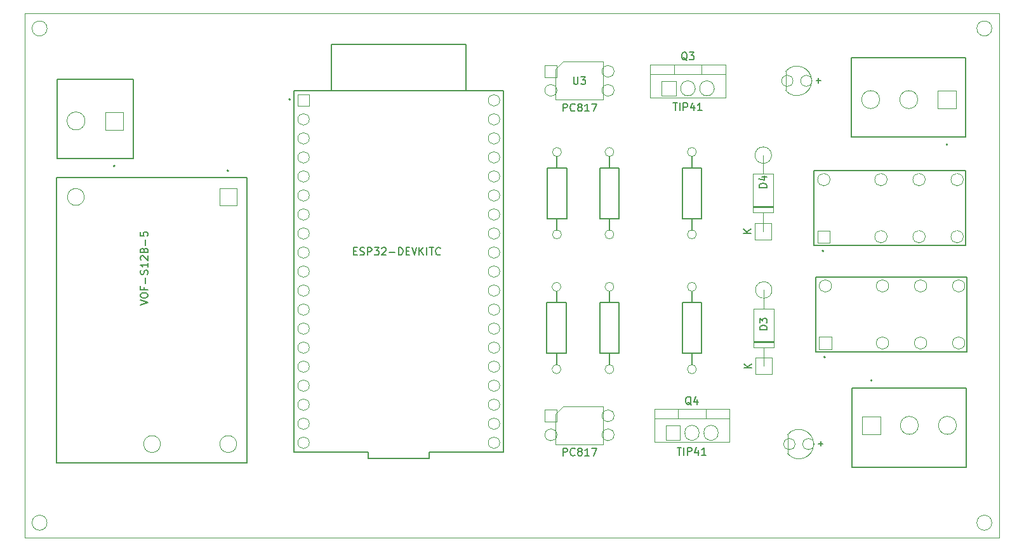
<source format=gbr>
%TF.GenerationSoftware,KiCad,Pcbnew,8.0.6-8.0.6-0~ubuntu22.04.1*%
%TF.CreationDate,2024-11-04T10:12:41+07:00*%
%TF.ProjectId,projectGATE,70726f6a-6563-4744-9741-54452e6b6963,rev?*%
%TF.SameCoordinates,Original*%
%TF.FileFunction,AssemblyDrawing,Top*%
%FSLAX46Y46*%
G04 Gerber Fmt 4.6, Leading zero omitted, Abs format (unit mm)*
G04 Created by KiCad (PCBNEW 8.0.6-8.0.6-0~ubuntu22.04.1) date 2024-11-04 10:12:41*
%MOMM*%
%LPD*%
G01*
G04 APERTURE LIST*
%ADD10C,0.150000*%
%ADD11C,0.127000*%
%ADD12C,0.200000*%
%ADD13C,0.100000*%
%TA.AperFunction,Profile*%
%ADD14C,0.050000*%
%TD*%
G04 APERTURE END LIST*
D10*
X100454819Y-104928570D02*
X101454819Y-104595237D01*
X101454819Y-104595237D02*
X100454819Y-104261904D01*
X100454819Y-103738094D02*
X100454819Y-103547618D01*
X100454819Y-103547618D02*
X100502438Y-103452380D01*
X100502438Y-103452380D02*
X100597676Y-103357142D01*
X100597676Y-103357142D02*
X100788152Y-103309523D01*
X100788152Y-103309523D02*
X101121485Y-103309523D01*
X101121485Y-103309523D02*
X101311961Y-103357142D01*
X101311961Y-103357142D02*
X101407200Y-103452380D01*
X101407200Y-103452380D02*
X101454819Y-103547618D01*
X101454819Y-103547618D02*
X101454819Y-103738094D01*
X101454819Y-103738094D02*
X101407200Y-103833332D01*
X101407200Y-103833332D02*
X101311961Y-103928570D01*
X101311961Y-103928570D02*
X101121485Y-103976189D01*
X101121485Y-103976189D02*
X100788152Y-103976189D01*
X100788152Y-103976189D02*
X100597676Y-103928570D01*
X100597676Y-103928570D02*
X100502438Y-103833332D01*
X100502438Y-103833332D02*
X100454819Y-103738094D01*
X100931009Y-102547618D02*
X100931009Y-102880951D01*
X101454819Y-102880951D02*
X100454819Y-102880951D01*
X100454819Y-102880951D02*
X100454819Y-102404761D01*
X101073866Y-102023808D02*
X101073866Y-101261904D01*
X101407200Y-100833332D02*
X101454819Y-100690475D01*
X101454819Y-100690475D02*
X101454819Y-100452380D01*
X101454819Y-100452380D02*
X101407200Y-100357142D01*
X101407200Y-100357142D02*
X101359580Y-100309523D01*
X101359580Y-100309523D02*
X101264342Y-100261904D01*
X101264342Y-100261904D02*
X101169104Y-100261904D01*
X101169104Y-100261904D02*
X101073866Y-100309523D01*
X101073866Y-100309523D02*
X101026247Y-100357142D01*
X101026247Y-100357142D02*
X100978628Y-100452380D01*
X100978628Y-100452380D02*
X100931009Y-100642856D01*
X100931009Y-100642856D02*
X100883390Y-100738094D01*
X100883390Y-100738094D02*
X100835771Y-100785713D01*
X100835771Y-100785713D02*
X100740533Y-100833332D01*
X100740533Y-100833332D02*
X100645295Y-100833332D01*
X100645295Y-100833332D02*
X100550057Y-100785713D01*
X100550057Y-100785713D02*
X100502438Y-100738094D01*
X100502438Y-100738094D02*
X100454819Y-100642856D01*
X100454819Y-100642856D02*
X100454819Y-100404761D01*
X100454819Y-100404761D02*
X100502438Y-100261904D01*
X101454819Y-99309523D02*
X101454819Y-99880951D01*
X101454819Y-99595237D02*
X100454819Y-99595237D01*
X100454819Y-99595237D02*
X100597676Y-99690475D01*
X100597676Y-99690475D02*
X100692914Y-99785713D01*
X100692914Y-99785713D02*
X100740533Y-99880951D01*
X100550057Y-98928570D02*
X100502438Y-98880951D01*
X100502438Y-98880951D02*
X100454819Y-98785713D01*
X100454819Y-98785713D02*
X100454819Y-98547618D01*
X100454819Y-98547618D02*
X100502438Y-98452380D01*
X100502438Y-98452380D02*
X100550057Y-98404761D01*
X100550057Y-98404761D02*
X100645295Y-98357142D01*
X100645295Y-98357142D02*
X100740533Y-98357142D01*
X100740533Y-98357142D02*
X100883390Y-98404761D01*
X100883390Y-98404761D02*
X101454819Y-98976189D01*
X101454819Y-98976189D02*
X101454819Y-98357142D01*
X100931009Y-97595237D02*
X100978628Y-97452380D01*
X100978628Y-97452380D02*
X101026247Y-97404761D01*
X101026247Y-97404761D02*
X101121485Y-97357142D01*
X101121485Y-97357142D02*
X101264342Y-97357142D01*
X101264342Y-97357142D02*
X101359580Y-97404761D01*
X101359580Y-97404761D02*
X101407200Y-97452380D01*
X101407200Y-97452380D02*
X101454819Y-97547618D01*
X101454819Y-97547618D02*
X101454819Y-97928570D01*
X101454819Y-97928570D02*
X100454819Y-97928570D01*
X100454819Y-97928570D02*
X100454819Y-97595237D01*
X100454819Y-97595237D02*
X100502438Y-97499999D01*
X100502438Y-97499999D02*
X100550057Y-97452380D01*
X100550057Y-97452380D02*
X100645295Y-97404761D01*
X100645295Y-97404761D02*
X100740533Y-97404761D01*
X100740533Y-97404761D02*
X100835771Y-97452380D01*
X100835771Y-97452380D02*
X100883390Y-97499999D01*
X100883390Y-97499999D02*
X100931009Y-97595237D01*
X100931009Y-97595237D02*
X100931009Y-97928570D01*
X101073866Y-96928570D02*
X101073866Y-96166666D01*
X100454819Y-95214285D02*
X100454819Y-95690475D01*
X100454819Y-95690475D02*
X100931009Y-95738094D01*
X100931009Y-95738094D02*
X100883390Y-95690475D01*
X100883390Y-95690475D02*
X100835771Y-95595237D01*
X100835771Y-95595237D02*
X100835771Y-95357142D01*
X100835771Y-95357142D02*
X100883390Y-95261904D01*
X100883390Y-95261904D02*
X100931009Y-95214285D01*
X100931009Y-95214285D02*
X101026247Y-95166666D01*
X101026247Y-95166666D02*
X101264342Y-95166666D01*
X101264342Y-95166666D02*
X101359580Y-95214285D01*
X101359580Y-95214285D02*
X101407200Y-95261904D01*
X101407200Y-95261904D02*
X101454819Y-95357142D01*
X101454819Y-95357142D02*
X101454819Y-95595237D01*
X101454819Y-95595237D02*
X101407200Y-95690475D01*
X101407200Y-95690475D02*
X101359580Y-95738094D01*
X184034819Y-108238094D02*
X183034819Y-108238094D01*
X183034819Y-108238094D02*
X183034819Y-107999999D01*
X183034819Y-107999999D02*
X183082438Y-107857142D01*
X183082438Y-107857142D02*
X183177676Y-107761904D01*
X183177676Y-107761904D02*
X183272914Y-107714285D01*
X183272914Y-107714285D02*
X183463390Y-107666666D01*
X183463390Y-107666666D02*
X183606247Y-107666666D01*
X183606247Y-107666666D02*
X183796723Y-107714285D01*
X183796723Y-107714285D02*
X183891961Y-107761904D01*
X183891961Y-107761904D02*
X183987200Y-107857142D01*
X183987200Y-107857142D02*
X184034819Y-107999999D01*
X184034819Y-107999999D02*
X184034819Y-108238094D01*
X183034819Y-107333332D02*
X183034819Y-106714285D01*
X183034819Y-106714285D02*
X183415771Y-107047618D01*
X183415771Y-107047618D02*
X183415771Y-106904761D01*
X183415771Y-106904761D02*
X183463390Y-106809523D01*
X183463390Y-106809523D02*
X183511009Y-106761904D01*
X183511009Y-106761904D02*
X183606247Y-106714285D01*
X183606247Y-106714285D02*
X183844342Y-106714285D01*
X183844342Y-106714285D02*
X183939580Y-106761904D01*
X183939580Y-106761904D02*
X183987200Y-106809523D01*
X183987200Y-106809523D02*
X184034819Y-106904761D01*
X184034819Y-106904761D02*
X184034819Y-107190475D01*
X184034819Y-107190475D02*
X183987200Y-107285713D01*
X183987200Y-107285713D02*
X183939580Y-107333332D01*
X181934819Y-113341904D02*
X180934819Y-113341904D01*
X181934819Y-112770476D02*
X181363390Y-113199047D01*
X180934819Y-112770476D02*
X181506247Y-113341904D01*
X171483810Y-77954819D02*
X172055238Y-77954819D01*
X171769524Y-78954819D02*
X171769524Y-77954819D01*
X172388572Y-78954819D02*
X172388572Y-77954819D01*
X172864762Y-78954819D02*
X172864762Y-77954819D01*
X172864762Y-77954819D02*
X173245714Y-77954819D01*
X173245714Y-77954819D02*
X173340952Y-78002438D01*
X173340952Y-78002438D02*
X173388571Y-78050057D01*
X173388571Y-78050057D02*
X173436190Y-78145295D01*
X173436190Y-78145295D02*
X173436190Y-78288152D01*
X173436190Y-78288152D02*
X173388571Y-78383390D01*
X173388571Y-78383390D02*
X173340952Y-78431009D01*
X173340952Y-78431009D02*
X173245714Y-78478628D01*
X173245714Y-78478628D02*
X172864762Y-78478628D01*
X174293333Y-78288152D02*
X174293333Y-78954819D01*
X174055238Y-77907200D02*
X173817143Y-78621485D01*
X173817143Y-78621485D02*
X174436190Y-78621485D01*
X175340952Y-78954819D02*
X174769524Y-78954819D01*
X175055238Y-78954819D02*
X175055238Y-77954819D01*
X175055238Y-77954819D02*
X174960000Y-78097676D01*
X174960000Y-78097676D02*
X174864762Y-78192914D01*
X174864762Y-78192914D02*
X174769524Y-78240533D01*
X173364761Y-72280057D02*
X173269523Y-72232438D01*
X173269523Y-72232438D02*
X173174285Y-72137200D01*
X173174285Y-72137200D02*
X173031428Y-71994342D01*
X173031428Y-71994342D02*
X172936190Y-71946723D01*
X172936190Y-71946723D02*
X172840952Y-71946723D01*
X172888571Y-72184819D02*
X172793333Y-72137200D01*
X172793333Y-72137200D02*
X172698095Y-72041961D01*
X172698095Y-72041961D02*
X172650476Y-71851485D01*
X172650476Y-71851485D02*
X172650476Y-71518152D01*
X172650476Y-71518152D02*
X172698095Y-71327676D01*
X172698095Y-71327676D02*
X172793333Y-71232438D01*
X172793333Y-71232438D02*
X172888571Y-71184819D01*
X172888571Y-71184819D02*
X173079047Y-71184819D01*
X173079047Y-71184819D02*
X173174285Y-71232438D01*
X173174285Y-71232438D02*
X173269523Y-71327676D01*
X173269523Y-71327676D02*
X173317142Y-71518152D01*
X173317142Y-71518152D02*
X173317142Y-71851485D01*
X173317142Y-71851485D02*
X173269523Y-72041961D01*
X173269523Y-72041961D02*
X173174285Y-72137200D01*
X173174285Y-72137200D02*
X173079047Y-72184819D01*
X173079047Y-72184819D02*
X172888571Y-72184819D01*
X173650476Y-71184819D02*
X174269523Y-71184819D01*
X174269523Y-71184819D02*
X173936190Y-71565771D01*
X173936190Y-71565771D02*
X174079047Y-71565771D01*
X174079047Y-71565771D02*
X174174285Y-71613390D01*
X174174285Y-71613390D02*
X174221904Y-71661009D01*
X174221904Y-71661009D02*
X174269523Y-71756247D01*
X174269523Y-71756247D02*
X174269523Y-71994342D01*
X174269523Y-71994342D02*
X174221904Y-72089580D01*
X174221904Y-72089580D02*
X174174285Y-72137200D01*
X174174285Y-72137200D02*
X174079047Y-72184819D01*
X174079047Y-72184819D02*
X173793333Y-72184819D01*
X173793333Y-72184819D02*
X173698095Y-72137200D01*
X173698095Y-72137200D02*
X173650476Y-72089580D01*
X156819524Y-125049819D02*
X156819524Y-124049819D01*
X156819524Y-124049819D02*
X157200476Y-124049819D01*
X157200476Y-124049819D02*
X157295714Y-124097438D01*
X157295714Y-124097438D02*
X157343333Y-124145057D01*
X157343333Y-124145057D02*
X157390952Y-124240295D01*
X157390952Y-124240295D02*
X157390952Y-124383152D01*
X157390952Y-124383152D02*
X157343333Y-124478390D01*
X157343333Y-124478390D02*
X157295714Y-124526009D01*
X157295714Y-124526009D02*
X157200476Y-124573628D01*
X157200476Y-124573628D02*
X156819524Y-124573628D01*
X158390952Y-124954580D02*
X158343333Y-125002200D01*
X158343333Y-125002200D02*
X158200476Y-125049819D01*
X158200476Y-125049819D02*
X158105238Y-125049819D01*
X158105238Y-125049819D02*
X157962381Y-125002200D01*
X157962381Y-125002200D02*
X157867143Y-124906961D01*
X157867143Y-124906961D02*
X157819524Y-124811723D01*
X157819524Y-124811723D02*
X157771905Y-124621247D01*
X157771905Y-124621247D02*
X157771905Y-124478390D01*
X157771905Y-124478390D02*
X157819524Y-124287914D01*
X157819524Y-124287914D02*
X157867143Y-124192676D01*
X157867143Y-124192676D02*
X157962381Y-124097438D01*
X157962381Y-124097438D02*
X158105238Y-124049819D01*
X158105238Y-124049819D02*
X158200476Y-124049819D01*
X158200476Y-124049819D02*
X158343333Y-124097438D01*
X158343333Y-124097438D02*
X158390952Y-124145057D01*
X158962381Y-124478390D02*
X158867143Y-124430771D01*
X158867143Y-124430771D02*
X158819524Y-124383152D01*
X158819524Y-124383152D02*
X158771905Y-124287914D01*
X158771905Y-124287914D02*
X158771905Y-124240295D01*
X158771905Y-124240295D02*
X158819524Y-124145057D01*
X158819524Y-124145057D02*
X158867143Y-124097438D01*
X158867143Y-124097438D02*
X158962381Y-124049819D01*
X158962381Y-124049819D02*
X159152857Y-124049819D01*
X159152857Y-124049819D02*
X159248095Y-124097438D01*
X159248095Y-124097438D02*
X159295714Y-124145057D01*
X159295714Y-124145057D02*
X159343333Y-124240295D01*
X159343333Y-124240295D02*
X159343333Y-124287914D01*
X159343333Y-124287914D02*
X159295714Y-124383152D01*
X159295714Y-124383152D02*
X159248095Y-124430771D01*
X159248095Y-124430771D02*
X159152857Y-124478390D01*
X159152857Y-124478390D02*
X158962381Y-124478390D01*
X158962381Y-124478390D02*
X158867143Y-124526009D01*
X158867143Y-124526009D02*
X158819524Y-124573628D01*
X158819524Y-124573628D02*
X158771905Y-124668866D01*
X158771905Y-124668866D02*
X158771905Y-124859342D01*
X158771905Y-124859342D02*
X158819524Y-124954580D01*
X158819524Y-124954580D02*
X158867143Y-125002200D01*
X158867143Y-125002200D02*
X158962381Y-125049819D01*
X158962381Y-125049819D02*
X159152857Y-125049819D01*
X159152857Y-125049819D02*
X159248095Y-125002200D01*
X159248095Y-125002200D02*
X159295714Y-124954580D01*
X159295714Y-124954580D02*
X159343333Y-124859342D01*
X159343333Y-124859342D02*
X159343333Y-124668866D01*
X159343333Y-124668866D02*
X159295714Y-124573628D01*
X159295714Y-124573628D02*
X159248095Y-124526009D01*
X159248095Y-124526009D02*
X159152857Y-124478390D01*
X160295714Y-125049819D02*
X159724286Y-125049819D01*
X160010000Y-125049819D02*
X160010000Y-124049819D01*
X160010000Y-124049819D02*
X159914762Y-124192676D01*
X159914762Y-124192676D02*
X159819524Y-124287914D01*
X159819524Y-124287914D02*
X159724286Y-124335533D01*
X160629048Y-124049819D02*
X161295714Y-124049819D01*
X161295714Y-124049819D02*
X160867143Y-125049819D01*
X190865238Y-123457533D02*
X191474762Y-123457533D01*
X191170000Y-123762295D02*
X191170000Y-123152771D01*
X156819524Y-79049819D02*
X156819524Y-78049819D01*
X156819524Y-78049819D02*
X157200476Y-78049819D01*
X157200476Y-78049819D02*
X157295714Y-78097438D01*
X157295714Y-78097438D02*
X157343333Y-78145057D01*
X157343333Y-78145057D02*
X157390952Y-78240295D01*
X157390952Y-78240295D02*
X157390952Y-78383152D01*
X157390952Y-78383152D02*
X157343333Y-78478390D01*
X157343333Y-78478390D02*
X157295714Y-78526009D01*
X157295714Y-78526009D02*
X157200476Y-78573628D01*
X157200476Y-78573628D02*
X156819524Y-78573628D01*
X158390952Y-78954580D02*
X158343333Y-79002200D01*
X158343333Y-79002200D02*
X158200476Y-79049819D01*
X158200476Y-79049819D02*
X158105238Y-79049819D01*
X158105238Y-79049819D02*
X157962381Y-79002200D01*
X157962381Y-79002200D02*
X157867143Y-78906961D01*
X157867143Y-78906961D02*
X157819524Y-78811723D01*
X157819524Y-78811723D02*
X157771905Y-78621247D01*
X157771905Y-78621247D02*
X157771905Y-78478390D01*
X157771905Y-78478390D02*
X157819524Y-78287914D01*
X157819524Y-78287914D02*
X157867143Y-78192676D01*
X157867143Y-78192676D02*
X157962381Y-78097438D01*
X157962381Y-78097438D02*
X158105238Y-78049819D01*
X158105238Y-78049819D02*
X158200476Y-78049819D01*
X158200476Y-78049819D02*
X158343333Y-78097438D01*
X158343333Y-78097438D02*
X158390952Y-78145057D01*
X158962381Y-78478390D02*
X158867143Y-78430771D01*
X158867143Y-78430771D02*
X158819524Y-78383152D01*
X158819524Y-78383152D02*
X158771905Y-78287914D01*
X158771905Y-78287914D02*
X158771905Y-78240295D01*
X158771905Y-78240295D02*
X158819524Y-78145057D01*
X158819524Y-78145057D02*
X158867143Y-78097438D01*
X158867143Y-78097438D02*
X158962381Y-78049819D01*
X158962381Y-78049819D02*
X159152857Y-78049819D01*
X159152857Y-78049819D02*
X159248095Y-78097438D01*
X159248095Y-78097438D02*
X159295714Y-78145057D01*
X159295714Y-78145057D02*
X159343333Y-78240295D01*
X159343333Y-78240295D02*
X159343333Y-78287914D01*
X159343333Y-78287914D02*
X159295714Y-78383152D01*
X159295714Y-78383152D02*
X159248095Y-78430771D01*
X159248095Y-78430771D02*
X159152857Y-78478390D01*
X159152857Y-78478390D02*
X158962381Y-78478390D01*
X158962381Y-78478390D02*
X158867143Y-78526009D01*
X158867143Y-78526009D02*
X158819524Y-78573628D01*
X158819524Y-78573628D02*
X158771905Y-78668866D01*
X158771905Y-78668866D02*
X158771905Y-78859342D01*
X158771905Y-78859342D02*
X158819524Y-78954580D01*
X158819524Y-78954580D02*
X158867143Y-79002200D01*
X158867143Y-79002200D02*
X158962381Y-79049819D01*
X158962381Y-79049819D02*
X159152857Y-79049819D01*
X159152857Y-79049819D02*
X159248095Y-79002200D01*
X159248095Y-79002200D02*
X159295714Y-78954580D01*
X159295714Y-78954580D02*
X159343333Y-78859342D01*
X159343333Y-78859342D02*
X159343333Y-78668866D01*
X159343333Y-78668866D02*
X159295714Y-78573628D01*
X159295714Y-78573628D02*
X159248095Y-78526009D01*
X159248095Y-78526009D02*
X159152857Y-78478390D01*
X160295714Y-79049819D02*
X159724286Y-79049819D01*
X160010000Y-79049819D02*
X160010000Y-78049819D01*
X160010000Y-78049819D02*
X159914762Y-78192676D01*
X159914762Y-78192676D02*
X159819524Y-78287914D01*
X159819524Y-78287914D02*
X159724286Y-78335533D01*
X160629048Y-78049819D02*
X161295714Y-78049819D01*
X161295714Y-78049819D02*
X160867143Y-79049819D01*
X158238095Y-74454819D02*
X158238095Y-75264342D01*
X158238095Y-75264342D02*
X158285714Y-75359580D01*
X158285714Y-75359580D02*
X158333333Y-75407200D01*
X158333333Y-75407200D02*
X158428571Y-75454819D01*
X158428571Y-75454819D02*
X158619047Y-75454819D01*
X158619047Y-75454819D02*
X158714285Y-75407200D01*
X158714285Y-75407200D02*
X158761904Y-75359580D01*
X158761904Y-75359580D02*
X158809523Y-75264342D01*
X158809523Y-75264342D02*
X158809523Y-74454819D01*
X159190476Y-74454819D02*
X159809523Y-74454819D01*
X159809523Y-74454819D02*
X159476190Y-74835771D01*
X159476190Y-74835771D02*
X159619047Y-74835771D01*
X159619047Y-74835771D02*
X159714285Y-74883390D01*
X159714285Y-74883390D02*
X159761904Y-74931009D01*
X159761904Y-74931009D02*
X159809523Y-75026247D01*
X159809523Y-75026247D02*
X159809523Y-75264342D01*
X159809523Y-75264342D02*
X159761904Y-75359580D01*
X159761904Y-75359580D02*
X159714285Y-75407200D01*
X159714285Y-75407200D02*
X159619047Y-75454819D01*
X159619047Y-75454819D02*
X159333333Y-75454819D01*
X159333333Y-75454819D02*
X159238095Y-75407200D01*
X159238095Y-75407200D02*
X159190476Y-75359580D01*
X183974819Y-89238094D02*
X182974819Y-89238094D01*
X182974819Y-89238094D02*
X182974819Y-88999999D01*
X182974819Y-88999999D02*
X183022438Y-88857142D01*
X183022438Y-88857142D02*
X183117676Y-88761904D01*
X183117676Y-88761904D02*
X183212914Y-88714285D01*
X183212914Y-88714285D02*
X183403390Y-88666666D01*
X183403390Y-88666666D02*
X183546247Y-88666666D01*
X183546247Y-88666666D02*
X183736723Y-88714285D01*
X183736723Y-88714285D02*
X183831961Y-88761904D01*
X183831961Y-88761904D02*
X183927200Y-88857142D01*
X183927200Y-88857142D02*
X183974819Y-88999999D01*
X183974819Y-88999999D02*
X183974819Y-89238094D01*
X183308152Y-87809523D02*
X183974819Y-87809523D01*
X182927200Y-88047618D02*
X183641485Y-88285713D01*
X183641485Y-88285713D02*
X183641485Y-87666666D01*
X181874819Y-95341904D02*
X180874819Y-95341904D01*
X181874819Y-94770476D02*
X181303390Y-95199047D01*
X180874819Y-94770476D02*
X181446247Y-95341904D01*
X172023810Y-123954819D02*
X172595238Y-123954819D01*
X172309524Y-124954819D02*
X172309524Y-123954819D01*
X172928572Y-124954819D02*
X172928572Y-123954819D01*
X173404762Y-124954819D02*
X173404762Y-123954819D01*
X173404762Y-123954819D02*
X173785714Y-123954819D01*
X173785714Y-123954819D02*
X173880952Y-124002438D01*
X173880952Y-124002438D02*
X173928571Y-124050057D01*
X173928571Y-124050057D02*
X173976190Y-124145295D01*
X173976190Y-124145295D02*
X173976190Y-124288152D01*
X173976190Y-124288152D02*
X173928571Y-124383390D01*
X173928571Y-124383390D02*
X173880952Y-124431009D01*
X173880952Y-124431009D02*
X173785714Y-124478628D01*
X173785714Y-124478628D02*
X173404762Y-124478628D01*
X174833333Y-124288152D02*
X174833333Y-124954819D01*
X174595238Y-123907200D02*
X174357143Y-124621485D01*
X174357143Y-124621485D02*
X174976190Y-124621485D01*
X175880952Y-124954819D02*
X175309524Y-124954819D01*
X175595238Y-124954819D02*
X175595238Y-123954819D01*
X175595238Y-123954819D02*
X175500000Y-124097676D01*
X175500000Y-124097676D02*
X175404762Y-124192914D01*
X175404762Y-124192914D02*
X175309524Y-124240533D01*
X173904761Y-118280057D02*
X173809523Y-118232438D01*
X173809523Y-118232438D02*
X173714285Y-118137200D01*
X173714285Y-118137200D02*
X173571428Y-117994342D01*
X173571428Y-117994342D02*
X173476190Y-117946723D01*
X173476190Y-117946723D02*
X173380952Y-117946723D01*
X173428571Y-118184819D02*
X173333333Y-118137200D01*
X173333333Y-118137200D02*
X173238095Y-118041961D01*
X173238095Y-118041961D02*
X173190476Y-117851485D01*
X173190476Y-117851485D02*
X173190476Y-117518152D01*
X173190476Y-117518152D02*
X173238095Y-117327676D01*
X173238095Y-117327676D02*
X173333333Y-117232438D01*
X173333333Y-117232438D02*
X173428571Y-117184819D01*
X173428571Y-117184819D02*
X173619047Y-117184819D01*
X173619047Y-117184819D02*
X173714285Y-117232438D01*
X173714285Y-117232438D02*
X173809523Y-117327676D01*
X173809523Y-117327676D02*
X173857142Y-117518152D01*
X173857142Y-117518152D02*
X173857142Y-117851485D01*
X173857142Y-117851485D02*
X173809523Y-118041961D01*
X173809523Y-118041961D02*
X173714285Y-118137200D01*
X173714285Y-118137200D02*
X173619047Y-118184819D01*
X173619047Y-118184819D02*
X173428571Y-118184819D01*
X174714285Y-117518152D02*
X174714285Y-118184819D01*
X174476190Y-117137200D02*
X174238095Y-117851485D01*
X174238095Y-117851485D02*
X174857142Y-117851485D01*
X128875595Y-97731009D02*
X129208928Y-97731009D01*
X129351785Y-98254819D02*
X128875595Y-98254819D01*
X128875595Y-98254819D02*
X128875595Y-97254819D01*
X128875595Y-97254819D02*
X129351785Y-97254819D01*
X129732738Y-98207200D02*
X129875595Y-98254819D01*
X129875595Y-98254819D02*
X130113690Y-98254819D01*
X130113690Y-98254819D02*
X130208928Y-98207200D01*
X130208928Y-98207200D02*
X130256547Y-98159580D01*
X130256547Y-98159580D02*
X130304166Y-98064342D01*
X130304166Y-98064342D02*
X130304166Y-97969104D01*
X130304166Y-97969104D02*
X130256547Y-97873866D01*
X130256547Y-97873866D02*
X130208928Y-97826247D01*
X130208928Y-97826247D02*
X130113690Y-97778628D01*
X130113690Y-97778628D02*
X129923214Y-97731009D01*
X129923214Y-97731009D02*
X129827976Y-97683390D01*
X129827976Y-97683390D02*
X129780357Y-97635771D01*
X129780357Y-97635771D02*
X129732738Y-97540533D01*
X129732738Y-97540533D02*
X129732738Y-97445295D01*
X129732738Y-97445295D02*
X129780357Y-97350057D01*
X129780357Y-97350057D02*
X129827976Y-97302438D01*
X129827976Y-97302438D02*
X129923214Y-97254819D01*
X129923214Y-97254819D02*
X130161309Y-97254819D01*
X130161309Y-97254819D02*
X130304166Y-97302438D01*
X130732738Y-98254819D02*
X130732738Y-97254819D01*
X130732738Y-97254819D02*
X131113690Y-97254819D01*
X131113690Y-97254819D02*
X131208928Y-97302438D01*
X131208928Y-97302438D02*
X131256547Y-97350057D01*
X131256547Y-97350057D02*
X131304166Y-97445295D01*
X131304166Y-97445295D02*
X131304166Y-97588152D01*
X131304166Y-97588152D02*
X131256547Y-97683390D01*
X131256547Y-97683390D02*
X131208928Y-97731009D01*
X131208928Y-97731009D02*
X131113690Y-97778628D01*
X131113690Y-97778628D02*
X130732738Y-97778628D01*
X131637500Y-97254819D02*
X132256547Y-97254819D01*
X132256547Y-97254819D02*
X131923214Y-97635771D01*
X131923214Y-97635771D02*
X132066071Y-97635771D01*
X132066071Y-97635771D02*
X132161309Y-97683390D01*
X132161309Y-97683390D02*
X132208928Y-97731009D01*
X132208928Y-97731009D02*
X132256547Y-97826247D01*
X132256547Y-97826247D02*
X132256547Y-98064342D01*
X132256547Y-98064342D02*
X132208928Y-98159580D01*
X132208928Y-98159580D02*
X132161309Y-98207200D01*
X132161309Y-98207200D02*
X132066071Y-98254819D01*
X132066071Y-98254819D02*
X131780357Y-98254819D01*
X131780357Y-98254819D02*
X131685119Y-98207200D01*
X131685119Y-98207200D02*
X131637500Y-98159580D01*
X132637500Y-97350057D02*
X132685119Y-97302438D01*
X132685119Y-97302438D02*
X132780357Y-97254819D01*
X132780357Y-97254819D02*
X133018452Y-97254819D01*
X133018452Y-97254819D02*
X133113690Y-97302438D01*
X133113690Y-97302438D02*
X133161309Y-97350057D01*
X133161309Y-97350057D02*
X133208928Y-97445295D01*
X133208928Y-97445295D02*
X133208928Y-97540533D01*
X133208928Y-97540533D02*
X133161309Y-97683390D01*
X133161309Y-97683390D02*
X132589881Y-98254819D01*
X132589881Y-98254819D02*
X133208928Y-98254819D01*
X133637500Y-97873866D02*
X134399405Y-97873866D01*
X134875595Y-98254819D02*
X134875595Y-97254819D01*
X134875595Y-97254819D02*
X135113690Y-97254819D01*
X135113690Y-97254819D02*
X135256547Y-97302438D01*
X135256547Y-97302438D02*
X135351785Y-97397676D01*
X135351785Y-97397676D02*
X135399404Y-97492914D01*
X135399404Y-97492914D02*
X135447023Y-97683390D01*
X135447023Y-97683390D02*
X135447023Y-97826247D01*
X135447023Y-97826247D02*
X135399404Y-98016723D01*
X135399404Y-98016723D02*
X135351785Y-98111961D01*
X135351785Y-98111961D02*
X135256547Y-98207200D01*
X135256547Y-98207200D02*
X135113690Y-98254819D01*
X135113690Y-98254819D02*
X134875595Y-98254819D01*
X135875595Y-97731009D02*
X136208928Y-97731009D01*
X136351785Y-98254819D02*
X135875595Y-98254819D01*
X135875595Y-98254819D02*
X135875595Y-97254819D01*
X135875595Y-97254819D02*
X136351785Y-97254819D01*
X136637500Y-97254819D02*
X136970833Y-98254819D01*
X136970833Y-98254819D02*
X137304166Y-97254819D01*
X137637500Y-98254819D02*
X137637500Y-97254819D01*
X138208928Y-98254819D02*
X137780357Y-97683390D01*
X138208928Y-97254819D02*
X137637500Y-97826247D01*
X138637500Y-98254819D02*
X138637500Y-97254819D01*
X138970833Y-97254819D02*
X139542261Y-97254819D01*
X139256547Y-98254819D02*
X139256547Y-97254819D01*
X140447023Y-98159580D02*
X140399404Y-98207200D01*
X140399404Y-98207200D02*
X140256547Y-98254819D01*
X140256547Y-98254819D02*
X140161309Y-98254819D01*
X140161309Y-98254819D02*
X140018452Y-98207200D01*
X140018452Y-98207200D02*
X139923214Y-98111961D01*
X139923214Y-98111961D02*
X139875595Y-98016723D01*
X139875595Y-98016723D02*
X139827976Y-97826247D01*
X139827976Y-97826247D02*
X139827976Y-97683390D01*
X139827976Y-97683390D02*
X139875595Y-97492914D01*
X139875595Y-97492914D02*
X139923214Y-97397676D01*
X139923214Y-97397676D02*
X140018452Y-97302438D01*
X140018452Y-97302438D02*
X140161309Y-97254819D01*
X140161309Y-97254819D02*
X140256547Y-97254819D01*
X140256547Y-97254819D02*
X140399404Y-97302438D01*
X140399404Y-97302438D02*
X140447023Y-97350057D01*
X190595238Y-74957533D02*
X191204762Y-74957533D01*
X190900000Y-75262295D02*
X190900000Y-74652771D01*
D11*
%TO.C,PS1*%
X114700000Y-87950000D02*
X114700000Y-126050000D01*
X114700000Y-126050000D02*
X89300000Y-126050000D01*
X89300000Y-126050000D02*
X89300000Y-87950000D01*
X89300000Y-87950000D02*
X114700000Y-87950000D01*
D12*
X112200000Y-87000000D02*
G75*
G02*
X112000000Y-87000000I-100000J0D01*
G01*
X112000000Y-87000000D02*
G75*
G02*
X112200000Y-87000000I100000J0D01*
G01*
D13*
%TO.C,D3*%
X183580000Y-113080000D02*
X183580000Y-110600000D01*
X182230000Y-110600000D02*
X184930000Y-110600000D01*
X184930000Y-110600000D02*
X184930000Y-105400000D01*
X182230000Y-109920000D02*
X184930000Y-109920000D01*
X182230000Y-109820000D02*
X184930000Y-109820000D01*
X182230000Y-109720000D02*
X184930000Y-109720000D01*
X182230000Y-105400000D02*
X182230000Y-110600000D01*
X184930000Y-105400000D02*
X182230000Y-105400000D01*
X183580000Y-102920000D02*
X183580000Y-105400000D01*
D11*
%TO.C,J3*%
X195380000Y-126600000D02*
X195380000Y-116000000D01*
X195380000Y-116000000D02*
X210620000Y-116000000D01*
X210620000Y-116000000D02*
X210620000Y-126600000D01*
X210620000Y-126600000D02*
X195380000Y-126600000D01*
D12*
X198020000Y-115000000D02*
G75*
G02*
X197820000Y-115000000I-100000J0D01*
G01*
X197820000Y-115000000D02*
G75*
G02*
X198020000Y-115000000I100000J0D01*
G01*
D11*
%TO.C,R7*%
X154700000Y-93400000D02*
X156000000Y-93400000D01*
X156000000Y-93400000D02*
X157300000Y-93400000D01*
X157300000Y-93400000D02*
X157300000Y-86600000D01*
X157300000Y-86600000D02*
X156000000Y-86600000D01*
X156000000Y-86600000D02*
X154700000Y-86600000D01*
X154700000Y-86600000D02*
X154700000Y-93400000D01*
X156000000Y-94900000D02*
X156000000Y-93400000D01*
X156000000Y-85100000D02*
X156000000Y-86600000D01*
D13*
%TO.C,Q3*%
X168460000Y-72850000D02*
X168460000Y-77250000D01*
X168460000Y-74120000D02*
X178460000Y-74120000D01*
X168460000Y-77250000D02*
X178460000Y-77250000D01*
X171610000Y-72850000D02*
X171610000Y-74120000D01*
X175310000Y-72850000D02*
X175310000Y-74120000D01*
X178460000Y-72850000D02*
X168460000Y-72850000D01*
X178460000Y-77250000D02*
X178460000Y-72850000D01*
%TO.C,U2*%
X155835000Y-119455000D02*
X156835000Y-118455000D01*
X155835000Y-123535000D02*
X155835000Y-119455000D01*
X156835000Y-118455000D02*
X162185000Y-118455000D01*
X162185000Y-118455000D02*
X162185000Y-123535000D01*
X162185000Y-123535000D02*
X155835000Y-123535000D01*
D11*
%TO.C,R12*%
X175300000Y-86600000D02*
X174000000Y-86600000D01*
X174000000Y-86600000D02*
X172700000Y-86600000D01*
X172700000Y-86600000D02*
X172700000Y-93400000D01*
X172700000Y-93400000D02*
X174000000Y-93400000D01*
X174000000Y-93400000D02*
X175300000Y-93400000D01*
X175300000Y-93400000D02*
X175300000Y-86600000D01*
X174000000Y-85100000D02*
X174000000Y-86600000D01*
X174000000Y-94900000D02*
X174000000Y-93400000D01*
D13*
%TO.C,D1*%
X186770000Y-124780000D02*
X186770000Y-122220000D01*
X186770000Y-122220000D02*
G75*
G02*
X186770000Y-124780000I1499562J-1280000D01*
G01*
%TO.C,U3*%
X155835000Y-73455000D02*
X156835000Y-72455000D01*
X155835000Y-77535000D02*
X155835000Y-73455000D01*
X156835000Y-72455000D02*
X162185000Y-72455000D01*
X162185000Y-72455000D02*
X162185000Y-77535000D01*
X162185000Y-77535000D02*
X155835000Y-77535000D01*
D11*
%TO.C,J2*%
X210540000Y-71900000D02*
X210540000Y-82500000D01*
X210540000Y-82500000D02*
X195300000Y-82500000D01*
X195300000Y-82500000D02*
X195300000Y-71900000D01*
X195300000Y-71900000D02*
X210540000Y-71900000D01*
D12*
X208100000Y-83500000D02*
G75*
G02*
X207900000Y-83500000I-100000J0D01*
G01*
X207900000Y-83500000D02*
G75*
G02*
X208100000Y-83500000I100000J0D01*
G01*
D11*
%TO.C,R10*%
X175300000Y-104600000D02*
X174000000Y-104600000D01*
X174000000Y-104600000D02*
X172700000Y-104600000D01*
X172700000Y-104600000D02*
X172700000Y-111400000D01*
X172700000Y-111400000D02*
X174000000Y-111400000D01*
X174000000Y-111400000D02*
X175300000Y-111400000D01*
X175300000Y-111400000D02*
X175300000Y-104600000D01*
X174000000Y-103100000D02*
X174000000Y-104600000D01*
X174000000Y-112900000D02*
X174000000Y-111400000D01*
%TO.C,R11*%
X164300000Y-86600000D02*
X163000000Y-86600000D01*
X163000000Y-86600000D02*
X161700000Y-86600000D01*
X161700000Y-86600000D02*
X161700000Y-93400000D01*
X161700000Y-93400000D02*
X163000000Y-93400000D01*
X163000000Y-93400000D02*
X164300000Y-93400000D01*
X164300000Y-93400000D02*
X164300000Y-86600000D01*
X163000000Y-85100000D02*
X163000000Y-86600000D01*
X163000000Y-94900000D02*
X163000000Y-93400000D01*
%TO.C,K2*%
X190270000Y-87000000D02*
X210470000Y-87000000D01*
X210470000Y-87000000D02*
X210470000Y-97000000D01*
X210470000Y-97000000D02*
X190270000Y-97000000D01*
X190270000Y-97000000D02*
X190270000Y-87000000D01*
D12*
X191570000Y-97700000D02*
G75*
G02*
X191370000Y-97700000I-100000J0D01*
G01*
X191370000Y-97700000D02*
G75*
G02*
X191570000Y-97700000I100000J0D01*
G01*
D13*
%TO.C,D4*%
X183520000Y-95080000D02*
X183520000Y-92600000D01*
X182170000Y-92600000D02*
X184870000Y-92600000D01*
X184870000Y-92600000D02*
X184870000Y-87400000D01*
X182170000Y-91920000D02*
X184870000Y-91920000D01*
X182170000Y-91820000D02*
X184870000Y-91820000D01*
X182170000Y-91720000D02*
X184870000Y-91720000D01*
X182170000Y-87400000D02*
X182170000Y-92600000D01*
X184870000Y-87400000D02*
X182170000Y-87400000D01*
X183520000Y-84920000D02*
X183520000Y-87400000D01*
%TO.C,Q4*%
X169000000Y-118850000D02*
X169000000Y-123250000D01*
X169000000Y-120120000D02*
X179000000Y-120120000D01*
X169000000Y-123250000D02*
X179000000Y-123250000D01*
X172150000Y-118850000D02*
X172150000Y-120120000D01*
X175850000Y-118850000D02*
X175850000Y-120120000D01*
X179000000Y-118850000D02*
X169000000Y-118850000D01*
X179000000Y-123250000D02*
X179000000Y-118850000D01*
D11*
%TO.C,R9*%
X161700000Y-111400000D02*
X163000000Y-111400000D01*
X163000000Y-111400000D02*
X164300000Y-111400000D01*
X164300000Y-111400000D02*
X164300000Y-104600000D01*
X164300000Y-104600000D02*
X163000000Y-104600000D01*
X163000000Y-104600000D02*
X161700000Y-104600000D01*
X161700000Y-104600000D02*
X161700000Y-111400000D01*
X163000000Y-112900000D02*
X163000000Y-111400000D01*
X163000000Y-103100000D02*
X163000000Y-104600000D01*
%TO.C,R8*%
X157240000Y-104600000D02*
X155940000Y-104600000D01*
X155940000Y-104600000D02*
X154640000Y-104600000D01*
X154640000Y-104600000D02*
X154640000Y-111400000D01*
X154640000Y-111400000D02*
X155940000Y-111400000D01*
X155940000Y-111400000D02*
X157240000Y-111400000D01*
X157240000Y-111400000D02*
X157240000Y-104600000D01*
X155940000Y-103100000D02*
X155940000Y-104600000D01*
X155940000Y-112900000D02*
X155940000Y-111400000D01*
%TO.C,K1*%
X190480000Y-101190000D02*
X210680000Y-101190000D01*
X210680000Y-101190000D02*
X210680000Y-111190000D01*
X210680000Y-111190000D02*
X190480000Y-111190000D01*
X190480000Y-111190000D02*
X190480000Y-101190000D01*
D12*
X191780000Y-111890000D02*
G75*
G02*
X191580000Y-111890000I-100000J0D01*
G01*
X191580000Y-111890000D02*
G75*
G02*
X191780000Y-111890000I100000J0D01*
G01*
%TO.C,U1*%
X120440000Y-77480000D02*
G75*
G02*
X120240000Y-77480000I-100000J0D01*
G01*
X120240000Y-77480000D02*
G75*
G02*
X120440000Y-77480000I100000J0D01*
G01*
D11*
X120960000Y-76350000D02*
X120960000Y-124550000D01*
X148860000Y-124550000D02*
X148860000Y-76350000D01*
X148860000Y-76350000D02*
X143910000Y-76350000D01*
X143910000Y-76350000D02*
X125910000Y-76350000D01*
X125910000Y-76350000D02*
X120960000Y-76350000D01*
X125910000Y-76350000D02*
X125910000Y-70150000D01*
X125910000Y-70150000D02*
X143910000Y-70150000D01*
X143910000Y-70150000D02*
X143910000Y-76350000D01*
X120960000Y-124550000D02*
X130840000Y-124550000D01*
X130840000Y-124550000D02*
X130840000Y-125450000D01*
X130840000Y-125450000D02*
X138970000Y-125450000D01*
X138970000Y-125450000D02*
X138970000Y-124550000D01*
X138970000Y-124550000D02*
X148860000Y-124550000D01*
%TO.C,J1*%
X99480000Y-74750000D02*
X99480000Y-85350000D01*
X99480000Y-85350000D02*
X89320000Y-85350000D01*
X89320000Y-85350000D02*
X89320000Y-74750000D01*
X89320000Y-74750000D02*
X99480000Y-74750000D01*
D12*
X97040000Y-86350000D02*
G75*
G02*
X96840000Y-86350000I-100000J0D01*
G01*
X96840000Y-86350000D02*
G75*
G02*
X97040000Y-86350000I100000J0D01*
G01*
D13*
%TO.C,D2*%
X186500000Y-76280000D02*
X186500000Y-73720000D01*
X186500000Y-73720000D02*
G75*
G02*
X186500000Y-76280000I1499562J-1280000D01*
G01*
%TD*%
%TO.C,PS1*%
X111035000Y-89375000D02*
X111035000Y-91625000D01*
X113285000Y-91625000D01*
X113285000Y-89375000D01*
X111035000Y-89375000D01*
X113285000Y-123500000D02*
G75*
G02*
X111035000Y-123500000I-1125000J0D01*
G01*
X111035000Y-123500000D02*
G75*
G02*
X113285000Y-123500000I1125000J0D01*
G01*
X92965000Y-90500000D02*
G75*
G02*
X90715000Y-90500000I-1125000J0D01*
G01*
X90715000Y-90500000D02*
G75*
G02*
X92965000Y-90500000I1125000J0D01*
G01*
X103125000Y-123500000D02*
G75*
G02*
X100875000Y-123500000I-1125000J0D01*
G01*
X100875000Y-123500000D02*
G75*
G02*
X103125000Y-123500000I1125000J0D01*
G01*
%TD*%
%TO.C,D3*%
X182480000Y-111980000D02*
X182480000Y-114180000D01*
X184680000Y-114180000D01*
X184680000Y-111980000D01*
X182480000Y-111980000D01*
X183580000Y-104020000D02*
X183580000Y-104020000D01*
X183580000Y-101820000D02*
G75*
G02*
X183580000Y-104020000I0J-1100000D01*
G01*
X183580000Y-101820000D02*
X183580000Y-101820000D01*
X183580000Y-101820000D02*
G75*
G03*
X183580000Y-104020000I0J-1100000D01*
G01*
%TD*%
%TO.C,J3*%
X196720000Y-119800000D02*
X196720000Y-122200000D01*
X199120000Y-122200000D01*
X199120000Y-119800000D01*
X196720000Y-119800000D01*
X204200000Y-121000000D02*
G75*
G02*
X201800000Y-121000000I-1200000J0D01*
G01*
X201800000Y-121000000D02*
G75*
G02*
X204200000Y-121000000I1200000J0D01*
G01*
X209280000Y-121000000D02*
G75*
G02*
X206880000Y-121000000I-1200000J0D01*
G01*
X206880000Y-121000000D02*
G75*
G02*
X209280000Y-121000000I1200000J0D01*
G01*
%TD*%
%TO.C,R7*%
X156600000Y-95500000D02*
G75*
G02*
X155400000Y-95500000I-600000J0D01*
G01*
X155400000Y-95500000D02*
G75*
G02*
X156600000Y-95500000I600000J0D01*
G01*
X156600000Y-84500000D02*
G75*
G02*
X155400000Y-84500000I-600000J0D01*
G01*
X155400000Y-84500000D02*
G75*
G02*
X156600000Y-84500000I600000J0D01*
G01*
%TD*%
%TO.C,Q3*%
X169967500Y-75000000D02*
X169967500Y-77000000D01*
X171872500Y-77000000D01*
X171872500Y-75000000D01*
X169967500Y-75000000D01*
X172507500Y-75952500D02*
X172507500Y-76047500D01*
X174412500Y-76047500D02*
G75*
G02*
X172507500Y-76047500I-952500J0D01*
G01*
X174412500Y-76047500D02*
X174412500Y-75952500D01*
X174412500Y-75952500D02*
G75*
G03*
X172507500Y-75952500I-952500J0D01*
G01*
X175047500Y-75952500D02*
X175047500Y-76047500D01*
X176952500Y-76047500D02*
G75*
G02*
X175047500Y-76047500I-952500J0D01*
G01*
X176952500Y-76047500D02*
X176952500Y-75952500D01*
X176952500Y-75952500D02*
G75*
G03*
X175047500Y-75952500I-952500J0D01*
G01*
%TD*%
%TO.C,U2*%
X154400000Y-118925000D02*
X154400000Y-120525000D01*
X156000000Y-120525000D01*
X156000000Y-118925000D01*
X154400000Y-118925000D01*
X154400000Y-122265000D02*
X154400000Y-122265000D01*
X156000000Y-122265000D02*
G75*
G02*
X154400000Y-122265000I-800000J0D01*
G01*
X156000000Y-122265000D02*
X156000000Y-122265000D01*
X156000000Y-122265000D02*
G75*
G03*
X154400000Y-122265000I-800000J0D01*
G01*
X162020000Y-122265000D02*
X162020000Y-122265000D01*
X163620000Y-122265000D02*
G75*
G02*
X162020000Y-122265000I-800000J0D01*
G01*
X163620000Y-122265000D02*
X163620000Y-122265000D01*
X163620000Y-122265000D02*
G75*
G03*
X162020000Y-122265000I-800000J0D01*
G01*
X162020000Y-119725000D02*
X162020000Y-119725000D01*
X163620000Y-119725000D02*
G75*
G02*
X162020000Y-119725000I-800000J0D01*
G01*
X163620000Y-119725000D02*
X163620000Y-119725000D01*
X163620000Y-119725000D02*
G75*
G03*
X162020000Y-119725000I-800000J0D01*
G01*
%TD*%
%TO.C,R12*%
X174600000Y-84500000D02*
G75*
G02*
X173400000Y-84500000I-600000J0D01*
G01*
X173400000Y-84500000D02*
G75*
G02*
X174600000Y-84500000I600000J0D01*
G01*
X174600000Y-95500000D02*
G75*
G02*
X173400000Y-95500000I-600000J0D01*
G01*
X173400000Y-95500000D02*
G75*
G02*
X174600000Y-95500000I600000J0D01*
G01*
%TD*%
%TO.C,D1*%
X190294000Y-123500000D02*
G75*
G02*
X188786000Y-123500000I-754000J0D01*
G01*
X188786000Y-123500000D02*
G75*
G02*
X190294000Y-123500000I754000J0D01*
G01*
X187754000Y-123500000D02*
G75*
G02*
X186246000Y-123500000I-754000J0D01*
G01*
X186246000Y-123500000D02*
G75*
G02*
X187754000Y-123500000I754000J0D01*
G01*
%TD*%
%TO.C,U3*%
X154400000Y-72925000D02*
X154400000Y-74525000D01*
X156000000Y-74525000D01*
X156000000Y-72925000D01*
X154400000Y-72925000D01*
X154400000Y-76265000D02*
X154400000Y-76265000D01*
X156000000Y-76265000D02*
G75*
G02*
X154400000Y-76265000I-800000J0D01*
G01*
X156000000Y-76265000D02*
X156000000Y-76265000D01*
X156000000Y-76265000D02*
G75*
G03*
X154400000Y-76265000I-800000J0D01*
G01*
X162020000Y-76265000D02*
X162020000Y-76265000D01*
X163620000Y-76265000D02*
G75*
G02*
X162020000Y-76265000I-800000J0D01*
G01*
X163620000Y-76265000D02*
X163620000Y-76265000D01*
X163620000Y-76265000D02*
G75*
G03*
X162020000Y-76265000I-800000J0D01*
G01*
X162020000Y-73725000D02*
X162020000Y-73725000D01*
X163620000Y-73725000D02*
G75*
G02*
X162020000Y-73725000I-800000J0D01*
G01*
X163620000Y-73725000D02*
X163620000Y-73725000D01*
X163620000Y-73725000D02*
G75*
G03*
X162020000Y-73725000I-800000J0D01*
G01*
%TD*%
%TO.C,J2*%
X206800000Y-76300000D02*
X206800000Y-78700000D01*
X209200000Y-78700000D01*
X209200000Y-76300000D01*
X206800000Y-76300000D01*
X204120000Y-77500000D02*
G75*
G02*
X201720000Y-77500000I-1200000J0D01*
G01*
X201720000Y-77500000D02*
G75*
G02*
X204120000Y-77500000I1200000J0D01*
G01*
X199040000Y-77500000D02*
G75*
G02*
X196640000Y-77500000I-1200000J0D01*
G01*
X196640000Y-77500000D02*
G75*
G02*
X199040000Y-77500000I1200000J0D01*
G01*
%TD*%
%TO.C,R10*%
X174600000Y-102500000D02*
G75*
G02*
X173400000Y-102500000I-600000J0D01*
G01*
X173400000Y-102500000D02*
G75*
G02*
X174600000Y-102500000I600000J0D01*
G01*
X174600000Y-113500000D02*
G75*
G02*
X173400000Y-113500000I-600000J0D01*
G01*
X173400000Y-113500000D02*
G75*
G02*
X174600000Y-113500000I600000J0D01*
G01*
%TD*%
%TO.C,R11*%
X163600000Y-84500000D02*
G75*
G02*
X162400000Y-84500000I-600000J0D01*
G01*
X162400000Y-84500000D02*
G75*
G02*
X163600000Y-84500000I600000J0D01*
G01*
X163600000Y-95500000D02*
G75*
G02*
X162400000Y-95500000I-600000J0D01*
G01*
X162400000Y-95500000D02*
G75*
G02*
X163600000Y-95500000I600000J0D01*
G01*
%TD*%
%TO.C,K2*%
X190765000Y-94985000D02*
X190765000Y-96635000D01*
X192415000Y-96635000D01*
X192415000Y-94985000D01*
X190765000Y-94985000D01*
X200035000Y-95810000D02*
G75*
G02*
X198385000Y-95810000I-825000J0D01*
G01*
X198385000Y-95810000D02*
G75*
G02*
X200035000Y-95810000I825000J0D01*
G01*
X205115000Y-95810000D02*
G75*
G02*
X203465000Y-95810000I-825000J0D01*
G01*
X203465000Y-95810000D02*
G75*
G02*
X205115000Y-95810000I825000J0D01*
G01*
X210195000Y-95810000D02*
G75*
G02*
X208545000Y-95810000I-825000J0D01*
G01*
X208545000Y-95810000D02*
G75*
G02*
X210195000Y-95810000I825000J0D01*
G01*
X210195000Y-88190000D02*
G75*
G02*
X208545000Y-88190000I-825000J0D01*
G01*
X208545000Y-88190000D02*
G75*
G02*
X210195000Y-88190000I825000J0D01*
G01*
X205115000Y-88190000D02*
G75*
G02*
X203465000Y-88190000I-825000J0D01*
G01*
X203465000Y-88190000D02*
G75*
G02*
X205115000Y-88190000I825000J0D01*
G01*
X200035000Y-88190000D02*
G75*
G02*
X198385000Y-88190000I-825000J0D01*
G01*
X198385000Y-88190000D02*
G75*
G02*
X200035000Y-88190000I825000J0D01*
G01*
X192415000Y-88190000D02*
G75*
G02*
X190765000Y-88190000I-825000J0D01*
G01*
X190765000Y-88190000D02*
G75*
G02*
X192415000Y-88190000I825000J0D01*
G01*
%TD*%
%TO.C,D4*%
X182420000Y-93980000D02*
X182420000Y-96180000D01*
X184620000Y-96180000D01*
X184620000Y-93980000D01*
X182420000Y-93980000D01*
X183520000Y-86020000D02*
X183520000Y-86020000D01*
X183520000Y-83820000D02*
G75*
G02*
X183520000Y-86020000I0J-1100000D01*
G01*
X183520000Y-83820000D02*
X183520000Y-83820000D01*
X183520000Y-83820000D02*
G75*
G03*
X183520000Y-86020000I0J-1100000D01*
G01*
%TD*%
%TO.C,Q4*%
X170507500Y-121000000D02*
X170507500Y-123000000D01*
X172412500Y-123000000D01*
X172412500Y-121000000D01*
X170507500Y-121000000D01*
X173047500Y-121952500D02*
X173047500Y-122047500D01*
X174952500Y-122047500D02*
G75*
G02*
X173047500Y-122047500I-952500J0D01*
G01*
X174952500Y-122047500D02*
X174952500Y-121952500D01*
X174952500Y-121952500D02*
G75*
G03*
X173047500Y-121952500I-952500J0D01*
G01*
X175587500Y-121952500D02*
X175587500Y-122047500D01*
X177492500Y-122047500D02*
G75*
G02*
X175587500Y-122047500I-952500J0D01*
G01*
X177492500Y-122047500D02*
X177492500Y-121952500D01*
X177492500Y-121952500D02*
G75*
G03*
X175587500Y-121952500I-952500J0D01*
G01*
%TD*%
%TO.C,R9*%
X163600000Y-113500000D02*
G75*
G02*
X162400000Y-113500000I-600000J0D01*
G01*
X162400000Y-113500000D02*
G75*
G02*
X163600000Y-113500000I600000J0D01*
G01*
X163600000Y-102500000D02*
G75*
G02*
X162400000Y-102500000I-600000J0D01*
G01*
X162400000Y-102500000D02*
G75*
G02*
X163600000Y-102500000I600000J0D01*
G01*
%TD*%
%TO.C,R8*%
X156540000Y-102500000D02*
G75*
G02*
X155340000Y-102500000I-600000J0D01*
G01*
X155340000Y-102500000D02*
G75*
G02*
X156540000Y-102500000I600000J0D01*
G01*
X156540000Y-113500000D02*
G75*
G02*
X155340000Y-113500000I-600000J0D01*
G01*
X155340000Y-113500000D02*
G75*
G02*
X156540000Y-113500000I600000J0D01*
G01*
%TD*%
%TO.C,K1*%
X190975000Y-109175000D02*
X190975000Y-110825000D01*
X192625000Y-110825000D01*
X192625000Y-109175000D01*
X190975000Y-109175000D01*
X200245000Y-110000000D02*
G75*
G02*
X198595000Y-110000000I-825000J0D01*
G01*
X198595000Y-110000000D02*
G75*
G02*
X200245000Y-110000000I825000J0D01*
G01*
X205325000Y-110000000D02*
G75*
G02*
X203675000Y-110000000I-825000J0D01*
G01*
X203675000Y-110000000D02*
G75*
G02*
X205325000Y-110000000I825000J0D01*
G01*
X210405000Y-110000000D02*
G75*
G02*
X208755000Y-110000000I-825000J0D01*
G01*
X208755000Y-110000000D02*
G75*
G02*
X210405000Y-110000000I825000J0D01*
G01*
X210405000Y-102380000D02*
G75*
G02*
X208755000Y-102380000I-825000J0D01*
G01*
X208755000Y-102380000D02*
G75*
G02*
X210405000Y-102380000I825000J0D01*
G01*
X205325000Y-102380000D02*
G75*
G02*
X203675000Y-102380000I-825000J0D01*
G01*
X203675000Y-102380000D02*
G75*
G02*
X205325000Y-102380000I825000J0D01*
G01*
X200245000Y-102380000D02*
G75*
G02*
X198595000Y-102380000I-825000J0D01*
G01*
X198595000Y-102380000D02*
G75*
G02*
X200245000Y-102380000I825000J0D01*
G01*
X192625000Y-102380000D02*
G75*
G02*
X190975000Y-102380000I-825000J0D01*
G01*
X190975000Y-102380000D02*
G75*
G02*
X192625000Y-102380000I825000J0D01*
G01*
%TD*%
%TO.C,U1*%
X121445000Y-76835000D02*
X121445000Y-78365000D01*
X122975000Y-78365000D01*
X122975000Y-76835000D01*
X121445000Y-76835000D01*
X122975000Y-80140000D02*
G75*
G02*
X121445000Y-80140000I-765000J0D01*
G01*
X121445000Y-80140000D02*
G75*
G02*
X122975000Y-80140000I765000J0D01*
G01*
X122975000Y-82680000D02*
G75*
G02*
X121445000Y-82680000I-765000J0D01*
G01*
X121445000Y-82680000D02*
G75*
G02*
X122975000Y-82680000I765000J0D01*
G01*
X122975000Y-85220000D02*
G75*
G02*
X121445000Y-85220000I-765000J0D01*
G01*
X121445000Y-85220000D02*
G75*
G02*
X122975000Y-85220000I765000J0D01*
G01*
X122975000Y-87760000D02*
G75*
G02*
X121445000Y-87760000I-765000J0D01*
G01*
X121445000Y-87760000D02*
G75*
G02*
X122975000Y-87760000I765000J0D01*
G01*
X122975000Y-90300000D02*
G75*
G02*
X121445000Y-90300000I-765000J0D01*
G01*
X121445000Y-90300000D02*
G75*
G02*
X122975000Y-90300000I765000J0D01*
G01*
X122975000Y-92840000D02*
G75*
G02*
X121445000Y-92840000I-765000J0D01*
G01*
X121445000Y-92840000D02*
G75*
G02*
X122975000Y-92840000I765000J0D01*
G01*
X122975000Y-95380000D02*
G75*
G02*
X121445000Y-95380000I-765000J0D01*
G01*
X121445000Y-95380000D02*
G75*
G02*
X122975000Y-95380000I765000J0D01*
G01*
X122975000Y-97920000D02*
G75*
G02*
X121445000Y-97920000I-765000J0D01*
G01*
X121445000Y-97920000D02*
G75*
G02*
X122975000Y-97920000I765000J0D01*
G01*
X122975000Y-100460000D02*
G75*
G02*
X121445000Y-100460000I-765000J0D01*
G01*
X121445000Y-100460000D02*
G75*
G02*
X122975000Y-100460000I765000J0D01*
G01*
X122975000Y-103000000D02*
G75*
G02*
X121445000Y-103000000I-765000J0D01*
G01*
X121445000Y-103000000D02*
G75*
G02*
X122975000Y-103000000I765000J0D01*
G01*
X122975000Y-105540000D02*
G75*
G02*
X121445000Y-105540000I-765000J0D01*
G01*
X121445000Y-105540000D02*
G75*
G02*
X122975000Y-105540000I765000J0D01*
G01*
X122975000Y-108080000D02*
G75*
G02*
X121445000Y-108080000I-765000J0D01*
G01*
X121445000Y-108080000D02*
G75*
G02*
X122975000Y-108080000I765000J0D01*
G01*
X122975000Y-110620000D02*
G75*
G02*
X121445000Y-110620000I-765000J0D01*
G01*
X121445000Y-110620000D02*
G75*
G02*
X122975000Y-110620000I765000J0D01*
G01*
X122975000Y-113160000D02*
G75*
G02*
X121445000Y-113160000I-765000J0D01*
G01*
X121445000Y-113160000D02*
G75*
G02*
X122975000Y-113160000I765000J0D01*
G01*
X122975000Y-115700000D02*
G75*
G02*
X121445000Y-115700000I-765000J0D01*
G01*
X121445000Y-115700000D02*
G75*
G02*
X122975000Y-115700000I765000J0D01*
G01*
X122975000Y-118240000D02*
G75*
G02*
X121445000Y-118240000I-765000J0D01*
G01*
X121445000Y-118240000D02*
G75*
G02*
X122975000Y-118240000I765000J0D01*
G01*
X122975000Y-120780000D02*
G75*
G02*
X121445000Y-120780000I-765000J0D01*
G01*
X121445000Y-120780000D02*
G75*
G02*
X122975000Y-120780000I765000J0D01*
G01*
X122975000Y-123320000D02*
G75*
G02*
X121445000Y-123320000I-765000J0D01*
G01*
X121445000Y-123320000D02*
G75*
G02*
X122975000Y-123320000I765000J0D01*
G01*
X148375000Y-123320000D02*
G75*
G02*
X146845000Y-123320000I-765000J0D01*
G01*
X146845000Y-123320000D02*
G75*
G02*
X148375000Y-123320000I765000J0D01*
G01*
X148375000Y-120780000D02*
G75*
G02*
X146845000Y-120780000I-765000J0D01*
G01*
X146845000Y-120780000D02*
G75*
G02*
X148375000Y-120780000I765000J0D01*
G01*
X148375000Y-118240000D02*
G75*
G02*
X146845000Y-118240000I-765000J0D01*
G01*
X146845000Y-118240000D02*
G75*
G02*
X148375000Y-118240000I765000J0D01*
G01*
X148375000Y-115700000D02*
G75*
G02*
X146845000Y-115700000I-765000J0D01*
G01*
X146845000Y-115700000D02*
G75*
G02*
X148375000Y-115700000I765000J0D01*
G01*
X148375000Y-113160000D02*
G75*
G02*
X146845000Y-113160000I-765000J0D01*
G01*
X146845000Y-113160000D02*
G75*
G02*
X148375000Y-113160000I765000J0D01*
G01*
X148375000Y-110620000D02*
G75*
G02*
X146845000Y-110620000I-765000J0D01*
G01*
X146845000Y-110620000D02*
G75*
G02*
X148375000Y-110620000I765000J0D01*
G01*
X148375000Y-108080000D02*
G75*
G02*
X146845000Y-108080000I-765000J0D01*
G01*
X146845000Y-108080000D02*
G75*
G02*
X148375000Y-108080000I765000J0D01*
G01*
X148375000Y-105540000D02*
G75*
G02*
X146845000Y-105540000I-765000J0D01*
G01*
X146845000Y-105540000D02*
G75*
G02*
X148375000Y-105540000I765000J0D01*
G01*
X148375000Y-103000000D02*
G75*
G02*
X146845000Y-103000000I-765000J0D01*
G01*
X146845000Y-103000000D02*
G75*
G02*
X148375000Y-103000000I765000J0D01*
G01*
X148375000Y-100460000D02*
G75*
G02*
X146845000Y-100460000I-765000J0D01*
G01*
X146845000Y-100460000D02*
G75*
G02*
X148375000Y-100460000I765000J0D01*
G01*
X148375000Y-97920000D02*
G75*
G02*
X146845000Y-97920000I-765000J0D01*
G01*
X146845000Y-97920000D02*
G75*
G02*
X148375000Y-97920000I765000J0D01*
G01*
X148375000Y-95380000D02*
G75*
G02*
X146845000Y-95380000I-765000J0D01*
G01*
X146845000Y-95380000D02*
G75*
G02*
X148375000Y-95380000I765000J0D01*
G01*
X148375000Y-92840000D02*
G75*
G02*
X146845000Y-92840000I-765000J0D01*
G01*
X146845000Y-92840000D02*
G75*
G02*
X148375000Y-92840000I765000J0D01*
G01*
X148375000Y-90300000D02*
G75*
G02*
X146845000Y-90300000I-765000J0D01*
G01*
X146845000Y-90300000D02*
G75*
G02*
X148375000Y-90300000I765000J0D01*
G01*
X148375000Y-87760000D02*
G75*
G02*
X146845000Y-87760000I-765000J0D01*
G01*
X146845000Y-87760000D02*
G75*
G02*
X148375000Y-87760000I765000J0D01*
G01*
X148375000Y-85220000D02*
G75*
G02*
X146845000Y-85220000I-765000J0D01*
G01*
X146845000Y-85220000D02*
G75*
G02*
X148375000Y-85220000I765000J0D01*
G01*
X148375000Y-82680000D02*
G75*
G02*
X146845000Y-82680000I-765000J0D01*
G01*
X146845000Y-82680000D02*
G75*
G02*
X148375000Y-82680000I765000J0D01*
G01*
X148375000Y-80140000D02*
G75*
G02*
X146845000Y-80140000I-765000J0D01*
G01*
X146845000Y-80140000D02*
G75*
G02*
X148375000Y-80140000I765000J0D01*
G01*
X148375000Y-77600000D02*
G75*
G02*
X146845000Y-77600000I-765000J0D01*
G01*
X146845000Y-77600000D02*
G75*
G02*
X148375000Y-77600000I765000J0D01*
G01*
%TD*%
%TO.C,J1*%
X95740000Y-79150000D02*
X95740000Y-81550000D01*
X98140000Y-81550000D01*
X98140000Y-79150000D01*
X95740000Y-79150000D01*
X93060000Y-80350000D02*
G75*
G02*
X90660000Y-80350000I-1200000J0D01*
G01*
X90660000Y-80350000D02*
G75*
G02*
X93060000Y-80350000I1200000J0D01*
G01*
%TD*%
%TO.C,D2*%
X190024000Y-75000000D02*
G75*
G02*
X188516000Y-75000000I-754000J0D01*
G01*
X188516000Y-75000000D02*
G75*
G02*
X190024000Y-75000000I754000J0D01*
G01*
X187484000Y-75000000D02*
G75*
G02*
X185976000Y-75000000I-754000J0D01*
G01*
X185976000Y-75000000D02*
G75*
G02*
X187484000Y-75000000I754000J0D01*
G01*
%TD*%
D14*
X88000000Y-134000000D02*
G75*
G02*
X86000000Y-134000000I-1000000J0D01*
G01*
X86000000Y-134000000D02*
G75*
G02*
X88000000Y-134000000I1000000J0D01*
G01*
X88000000Y-68000000D02*
G75*
G02*
X86000000Y-68000000I-1000000J0D01*
G01*
X86000000Y-68000000D02*
G75*
G02*
X88000000Y-68000000I1000000J0D01*
G01*
X214000000Y-68000000D02*
G75*
G02*
X212000000Y-68000000I-1000000J0D01*
G01*
X212000000Y-68000000D02*
G75*
G02*
X214000000Y-68000000I1000000J0D01*
G01*
X214000000Y-134000000D02*
G75*
G02*
X212000000Y-134000000I-1000000J0D01*
G01*
X212000000Y-134000000D02*
G75*
G02*
X214000000Y-134000000I1000000J0D01*
G01*
X85000000Y-66000000D02*
X215000000Y-66000000D01*
X215000000Y-136000000D01*
X85000000Y-136000000D01*
X85000000Y-66000000D01*
M02*

</source>
